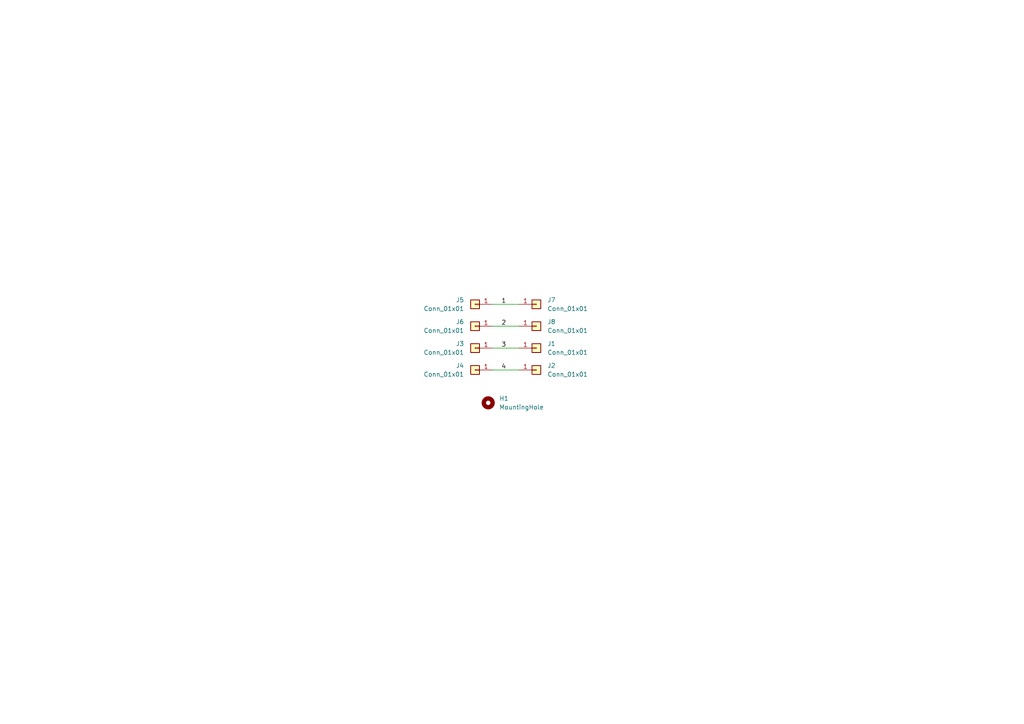
<source format=kicad_sch>
(kicad_sch (version 20231120) (generator "eeschema") (generator_version "8.0")
  (paper "A4")
  (lib_symbols
    (symbol "Connector_Generic:Conn_01x01" (pin_names (offset 1.016) hide)
      (property "Reference" "J" (at 0 2.54 0))
      (property "Value" "Conn_01x01" (at 0 -2.54 0))
      (symbol "Conn_01x01_1_1"
        (rectangle (start -1.27 0.127) (end 0 -0.127) (stroke (width 0.1524)))
        (rectangle (start -1.27 1.27) (end 1.27 -1.27) (stroke (width 0.254)) (fill (type background)))
        (pin passive line (at -5.08 0 0) (length 3.81) (name "Pin_1") (number "1"))
      )
    )
    (symbol "Mechanical:MountingHole" (pin_names (offset 1.016))
      (property "Reference" "H" (at 0 5.08 0))
      (property "Value" "MountingHole" (at 0 3.175 0))
      (symbol "MountingHole_0_1"
        (circle (center 0 0) (radius 1.27) (stroke (width 1.27)))
      )
    )
  )
  (wire (pts (xy 142.875 100.965) (xy 150.495 100.965)))
  (wire (pts (xy 142.875 88.265) (xy 150.495 88.265)))
  (wire (pts (xy 142.875 94.615) (xy 150.495 94.615)))
  (wire (pts (xy 142.875 107.315) (xy 150.495 107.315)))
  (label "1" (at 145.415 88.265 0))
  (label "4" (at 145.415 107.315 0))
  (label "2" (at 145.415 94.615 0))
  (label "3" (at 145.415 100.965 0))
  (symbol (lib_id "Connector_Generic:Conn_01x01") (at 137.795 88.265 0) (mirror y) (unit 1)
    (property "Reference" "J5" (at 134.62 86.9949 0) (effects (justify left)))
    (property "Value" "Conn_01x01" (at 134.62 89.5349 0) (effects (justify left)))
    (property "Footprint" "Connector_PinHeader_2.54mm:PinHeader_1x01_P2.54mm_Vertical" (effects (hide yes)))
    (property "Description" "Generic connector, single row, 01x01, script generated (kicad-library-utils/schlib/autogen/connector/)" (effects (hide yes)))
  )
  (symbol (lib_id "Connector_Generic:Conn_01x01") (at 155.575 100.965 0) (unit 1)
    (property "Reference" "J1" (at 158.75 99.6949 0) (effects (justify left)))
    (property "Value" "Conn_01x01" (at 158.75 102.2349 0) (effects (justify left)))
    (property "Footprint" ".pretty:screwswitchpad" (effects (hide yes)))
    (property "Description" "Generic connector, single row, 01x01, script generated (kicad-library-utils/schlib/autogen/connector/)" (effects (hide yes)))
  )
  (symbol (lib_id "Mechanical:MountingHole") (at 141.605 116.84 0) (unit 1)
    (property "Reference" "H1" (at 144.78 115.5699 0) (effects (justify left)))
    (property "Value" "MountingHole" (at 144.78 118.1099 0) (effects (justify left)))
    (property "Footprint" "MountingHole:MountingHole_2.2mm_M2_DIN965" (effects (hide yes)))
    (property "Description" "Mounting Hole without connection" (effects (hide yes)))
  )
  (symbol (lib_id "Connector_Generic:Conn_01x01") (at 155.575 94.615 0) (unit 1)
    (property "Reference" "J8" (at 158.75 93.3449 0) (effects (justify left)))
    (property "Value" "Conn_01x01" (at 158.75 95.8849 0) (effects (justify left)))
    (property "Footprint" ".pretty:screwswitchpad" (effects (hide yes)))
    (property "Description" "Generic connector, single row, 01x01, script generated (kicad-library-utils/schlib/autogen/connector/)" (effects (hide yes)))
  )
  (symbol (lib_id "Connector_Generic:Conn_01x01") (at 155.575 88.265 0) (unit 1)
    (property "Reference" "J7" (at 158.75 86.9949 0) (effects (justify left)))
    (property "Value" "Conn_01x01" (at 158.75 89.5349 0) (effects (justify left)))
    (property "Footprint" ".pretty:screwswitchpad" (effects (hide yes)))
    (property "Description" "Generic connector, single row, 01x01, script generated (kicad-library-utils/schlib/autogen/connector/)" (effects (hide yes)))
  )
  (symbol (lib_id "Connector_Generic:Conn_01x01") (at 137.795 100.965 0) (mirror y) (unit 1)
    (property "Reference" "J3" (at 134.62 99.6949 0) (effects (justify left)))
    (property "Value" "Conn_01x01" (at 134.62 102.2349 0) (effects (justify left)))
    (property "Footprint" "Connector_PinHeader_2.54mm:PinHeader_1x01_P2.54mm_Vertical" (effects (hide yes)))
    (property "Description" "Generic connector, single row, 01x01, script generated (kicad-library-utils/schlib/autogen/connector/)" (effects (hide yes)))
  )
  (symbol (lib_id "Connector_Generic:Conn_01x01") (at 137.795 107.315 0) (mirror y) (unit 1)
    (property "Reference" "J4" (at 134.62 106.0449 0) (effects (justify left)))
    (property "Value" "Conn_01x01" (at 134.62 108.5849 0) (effects (justify left)))
    (property "Footprint" "Connector_PinHeader_2.54mm:PinHeader_1x01_P2.54mm_Vertical" (effects (hide yes)))
    (property "Description" "Generic connector, single row, 01x01, script generated (kicad-library-utils/schlib/autogen/connector/)" (effects (hide yes)))
  )
  (symbol (lib_id "Connector_Generic:Conn_01x01") (at 137.795 94.615 0) (mirror y) (unit 1)
    (property "Reference" "J6" (at 134.62 93.3449 0) (effects (justify left)))
    (property "Value" "Conn_01x01" (at 134.62 95.8849 0) (effects (justify left)))
    (property "Footprint" "Connector_PinHeader_2.54mm:PinHeader_1x01_P2.54mm_Vertical" (effects (hide yes)))
    (property "Description" "Generic connector, single row, 01x01, script generated (kicad-library-utils/schlib/autogen/connector/)" (effects (hide yes)))
  )
  (symbol (lib_id "Connector_Generic:Conn_01x01") (at 155.575 107.315 0) (unit 1)
    (property "Reference" "J2" (at 158.75 106.0449 0) (effects (justify left)))
    (property "Value" "Conn_01x01" (at 158.75 108.5849 0) (effects (justify left)))
    (property "Footprint" ".pretty:screwswitchpad" (effects (hide yes)))
    (property "Description" "Generic connector, single row, 01x01, script generated (kicad-library-utils/schlib/autogen/connector/)" (effects (hide yes)))
  )
)
</source>
